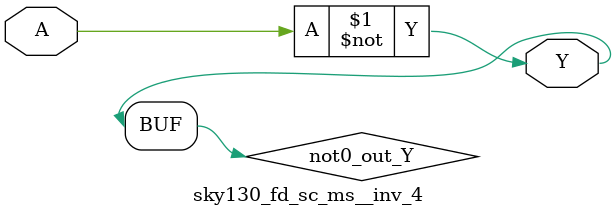
<source format=v>
/*
 * Copyright 2020 The SkyWater PDK Authors
 *
 * Licensed under the Apache License, Version 2.0 (the "License");
 * you may not use this file except in compliance with the License.
 * You may obtain a copy of the License at
 *
 *     https://www.apache.org/licenses/LICENSE-2.0
 *
 * Unless required by applicable law or agreed to in writing, software
 * distributed under the License is distributed on an "AS IS" BASIS,
 * WITHOUT WARRANTIES OR CONDITIONS OF ANY KIND, either express or implied.
 * See the License for the specific language governing permissions and
 * limitations under the License.
 *
 * SPDX-License-Identifier: Apache-2.0
*/


`ifndef SKY130_FD_SC_MS__INV_4_FUNCTIONAL_V
`define SKY130_FD_SC_MS__INV_4_FUNCTIONAL_V

/**
 * inv: Inverter.
 *
 * Verilog simulation functional model.
 */

`timescale 1ns / 1ps
`default_nettype none

`celldefine
module sky130_fd_sc_ms__inv_4 (
    Y,
    A
);

    // Module ports
    output Y;
    input  A;

    // Local signals
    wire not0_out_Y;

    //  Name  Output      Other arguments
    not not0 (not0_out_Y, A              );
    buf buf0 (Y         , not0_out_Y     );

endmodule
`endcelldefine

`default_nettype wire
`endif  // SKY130_FD_SC_MS__INV_4_FUNCTIONAL_V

</source>
